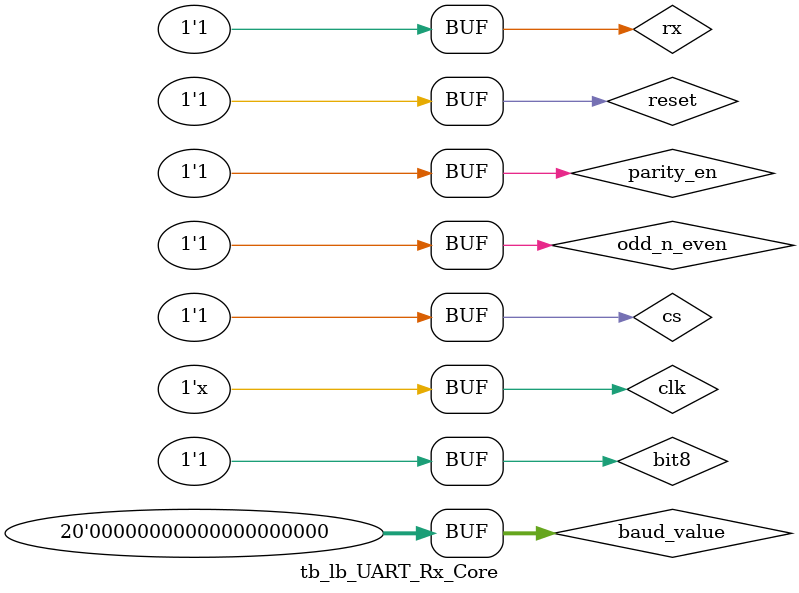
<source format=v>
`timescale 1ps / 1fs


module tb_lb_UART_Rx_Core;

	// Inputs
	reg clk;
	reg reset;
	reg [19:0] baud_value;
	reg bit8;
	reg parity_en;
	reg odd_n_even;
	reg cs;
	reg rx;

	// Outputs
	wire [7:0] data_out;
	wire done;
	wire parity_err;
	wire stopErr;

	// Instantiate the Unit Under Test (UUT)
	lb_UART_Rx_Core uut (
		.clk(clk), 
		.reset(reset), 
		.baud_value(baud_value), 
		.bit8(bit8), 
		.parity_en(parity_en), 
		.odd_n_even(odd_n_even), 
		.cs(cs), 
		.rx(rx), 
		.data_out(data_out), 
		.done(done), 
		.parity_err(parity_err), 
		.stopErr(stopErr)
	);
	
	always 
		#5 clk = ~clk;
		
	initial begin
		// Initialize Inputs
		clk = 0;
		reset = 0;
		baud_value = 0;
		bit8 = 1;
		parity_en = 1;
		odd_n_even = 1;
		cs = 1;
		rx = 1;
		
		#20;
		reset =1;
		#20;
		rx=0;
		#380;
		rx=1;
		

			
		// Wait 100 ns for global reset to finish
		#100000;
        
		// Add stimulus here

	end
      
endmodule


</source>
